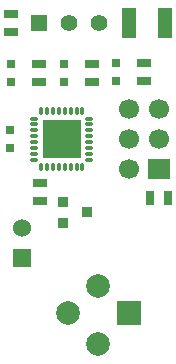
<source format=gts>
G04 (created by PCBNEW (2013-07-24 BZR 4024)-stable) date Tue 25 Nov 2014 11:30:04 AM NZDT*
%MOIN*%
G04 Gerber Fmt 3.4, Leading zero omitted, Abs format*
%FSLAX34Y34*%
G01*
G70*
G90*
G04 APERTURE LIST*
%ADD10C,0.00590551*%
%ADD11R,0.0787402X0.0787402*%
%ADD12C,0.0787402*%
%ADD13R,0.05X0.1*%
%ADD14O,0.0137795X0.0314961*%
%ADD15O,0.0314961X0.0137795*%
%ADD16R,0.125984X0.125984*%
%ADD17R,0.0748X0.0669*%
%ADD18C,0.0669*%
%ADD19R,0.0315X0.025*%
%ADD20R,0.045X0.025*%
%ADD21R,0.025X0.045*%
%ADD22R,0.036X0.036*%
%ADD23R,0.0314X0.0314*%
%ADD24R,0.055X0.055*%
%ADD25C,0.055*%
%ADD26R,0.06X0.06*%
%ADD27C,0.06*%
G04 APERTURE END LIST*
G54D10*
G54D11*
X27791Y-27850D03*
G54D12*
X25744Y-27850D03*
X26767Y-28874D03*
X26767Y-26944D03*
G54D13*
X27781Y-18204D03*
X28981Y-18204D03*
G54D14*
X24858Y-21137D03*
G54D15*
X24622Y-21374D03*
X24622Y-21570D03*
X24622Y-21767D03*
X24622Y-21964D03*
X24622Y-22161D03*
X24622Y-22358D03*
X24622Y-22555D03*
X24622Y-22751D03*
G54D14*
X24858Y-22988D03*
X25055Y-22988D03*
X25251Y-22988D03*
X25448Y-22988D03*
X25645Y-22988D03*
X25842Y-22988D03*
X26039Y-22988D03*
X26236Y-22988D03*
G54D15*
X26472Y-22751D03*
X26472Y-22751D03*
X26472Y-22555D03*
X26472Y-22358D03*
X26472Y-22161D03*
X26472Y-21964D03*
X26472Y-21767D03*
X26472Y-21570D03*
X26472Y-21374D03*
G54D14*
X26236Y-21137D03*
X26039Y-21137D03*
X25842Y-21137D03*
X25645Y-21137D03*
X25448Y-21137D03*
X25251Y-21137D03*
X25055Y-21137D03*
X24858Y-21137D03*
G54D16*
X25547Y-22062D03*
G54D17*
X28803Y-23062D03*
G54D18*
X27803Y-23062D03*
X28803Y-22062D03*
X27803Y-22062D03*
X28803Y-21062D03*
X27803Y-21062D03*
G54D19*
X23834Y-22359D03*
X23834Y-21759D03*
G54D20*
X24838Y-24134D03*
X24838Y-23534D03*
G54D21*
X28495Y-24011D03*
X29095Y-24011D03*
G54D20*
X24799Y-19558D03*
X24799Y-20158D03*
X26570Y-19558D03*
X26570Y-20158D03*
X28303Y-19518D03*
X28303Y-20118D03*
G54D22*
X25580Y-24853D03*
X25580Y-24153D03*
X26380Y-24503D03*
G54D23*
X27358Y-20113D03*
X27358Y-19523D03*
X25625Y-20153D03*
X25625Y-19563D03*
X23854Y-20153D03*
X23854Y-19563D03*
G54D20*
X23854Y-18504D03*
X23854Y-17904D03*
G54D24*
X24783Y-18204D03*
G54D25*
X25783Y-18204D03*
X26783Y-18204D03*
G54D26*
X24208Y-26027D03*
G54D27*
X24208Y-25027D03*
M02*

</source>
